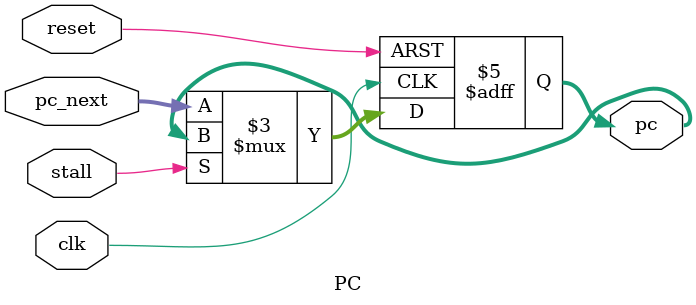
<source format=v>
module PC(
    input        clk, reset, stall,
    input  [31:0] pc_next,
    output reg[31:0] pc
);
    always @(posedge clk or posedge reset) begin
        if (reset) pc <= 0;
        else if (!stall) pc <= pc_next;
    end
endmodule
</source>
